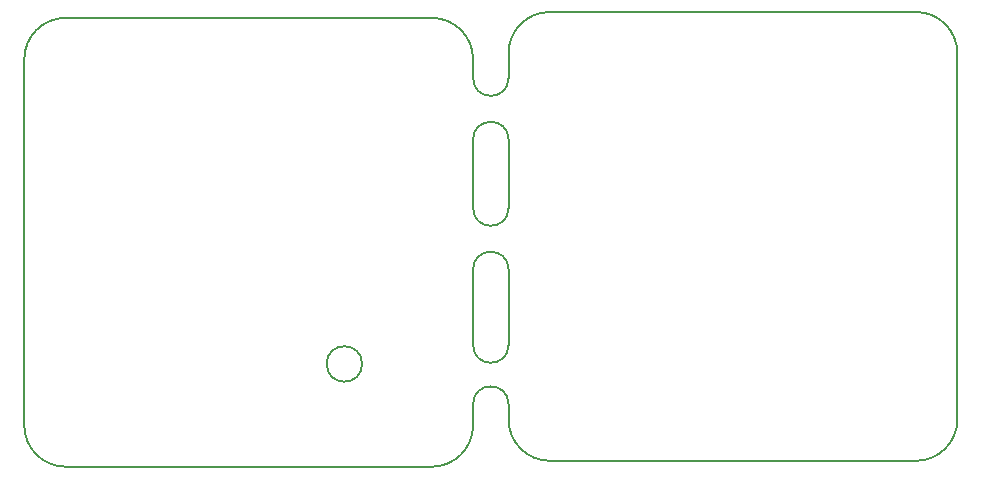
<source format=gbr>
%TF.GenerationSoftware,KiCad,Pcbnew,(5.1.8-0-10_14)*%
%TF.CreationDate,2021-08-18T19:24:52+02:00*%
%TF.ProjectId,ethersweep,65746865-7273-4776-9565-702e6b696361,2.0.1*%
%TF.SameCoordinates,Original*%
%TF.FileFunction,Other,User*%
%FSLAX46Y46*%
G04 Gerber Fmt 4.6, Leading zero omitted, Abs format (unit mm)*
G04 Created by KiCad (PCBNEW (5.1.8-0-10_14)) date 2021-08-18 19:24:52*
%MOMM*%
%LPD*%
G01*
G04 APERTURE LIST*
%TA.AperFunction,Profile*%
%ADD10C,0.150000*%
%TD*%
G04 APERTURE END LIST*
D10*
X198000000Y-81000000D02*
G75*
G02*
X201500000Y-84500000I0J-3500000D01*
G01*
X160500000Y-115500000D02*
X160500000Y-114200000D01*
X163500000Y-86600000D02*
X163500000Y-85000000D01*
X163500000Y-86600000D02*
G75*
G02*
X160500000Y-86600000I-1500000J0D01*
G01*
X163500000Y-115500000D02*
X163500000Y-114200000D01*
X160500000Y-86600000D02*
X160500000Y-85000000D01*
X160500000Y-114200000D02*
G75*
G02*
X163500000Y-114200000I1500000J0D01*
G01*
X163500000Y-97600000D02*
G75*
G02*
X160500000Y-97600000I-1500000J0D01*
G01*
X160500000Y-91800000D02*
G75*
G02*
X163500000Y-91800000I1500000J0D01*
G01*
X163500000Y-97600000D02*
X163500000Y-91800000D01*
X160500000Y-109200000D02*
X160500000Y-102800000D01*
X160500000Y-102800000D02*
G75*
G02*
X163500000Y-102800000I1500000J0D01*
G01*
X160500000Y-97600000D02*
X160500000Y-91800000D01*
X163500000Y-109200000D02*
X163500000Y-102800000D01*
X163500000Y-109200000D02*
G75*
G02*
X160500000Y-109200000I-1500000J0D01*
G01*
X160500000Y-116000000D02*
X160500000Y-115500000D01*
X163500000Y-84500000D02*
X163500000Y-85000000D01*
X151100000Y-110800000D02*
G75*
G03*
X151100000Y-110800000I-1500000J0D01*
G01*
X126000000Y-119500000D02*
G75*
G02*
X122500000Y-116000000I0J3500000D01*
G01*
X126000000Y-119500000D02*
X157000000Y-119500000D01*
X167000000Y-81000000D02*
X198000000Y-81000000D01*
X163500000Y-84500000D02*
G75*
G02*
X167000000Y-81000000I3500000J0D01*
G01*
X201500000Y-115500000D02*
G75*
G02*
X198000000Y-119000000I-3500000J0D01*
G01*
X167000000Y-119000000D02*
G75*
G02*
X163500000Y-115500000I0J3500000D01*
G01*
X167000000Y-119000000D02*
X198000000Y-119000000D01*
X201500000Y-115500000D02*
X201500000Y-84500000D01*
X122500000Y-85000000D02*
X122500000Y-116000000D01*
X160500000Y-116000000D02*
G75*
G02*
X157000000Y-119500000I-3500000J0D01*
G01*
X157000000Y-81500000D02*
G75*
G02*
X160500000Y-85000000I0J-3500000D01*
G01*
X122500000Y-85000000D02*
G75*
G02*
X126000000Y-81500000I3500000J0D01*
G01*
X157000000Y-81500000D02*
X126000000Y-81500000D01*
M02*

</source>
